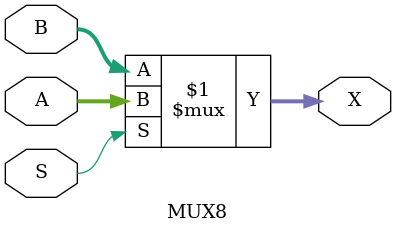
<source format=v>
module MUX8(X, A, B, S);
   parameter WIDTH=8;     // How many bits wide are the lines

   output [WIDTH-1:0] X;   // The output line

   input [WIDTH-1:0]  A;  // Input line with id 1'b1
   input [WIDTH-1:0]  B;  // Input line with id 1'b0
   input 	      S;  // Selection bit

	assign X = S ? A : B;
endmodule // multiplexer_2_1

//if S=0; select A
</source>
